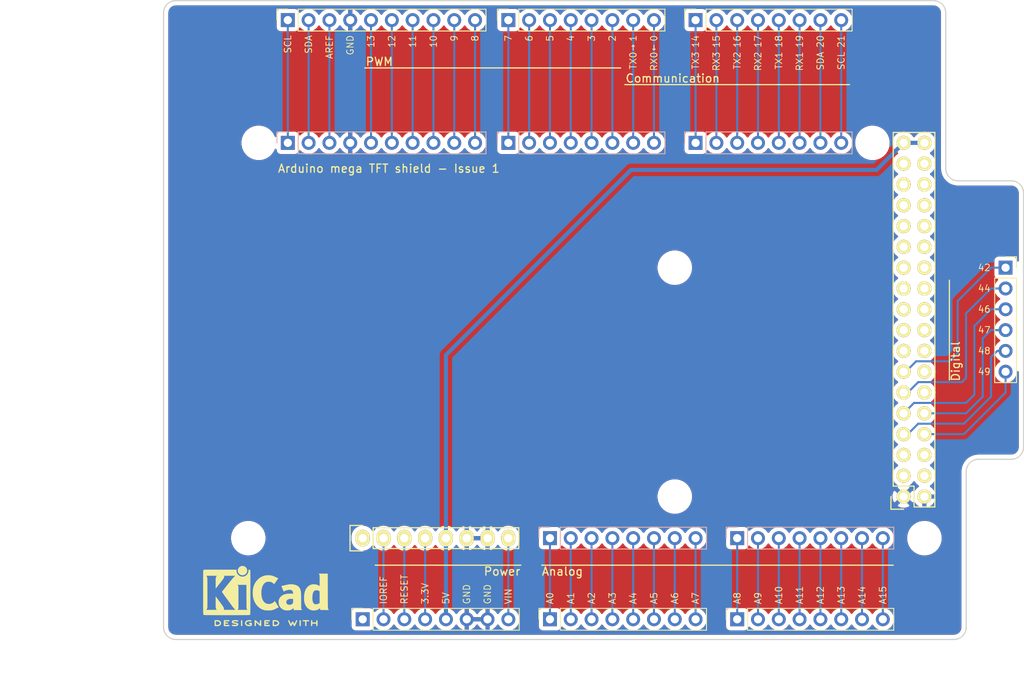
<source format=kicad_pcb>
(kicad_pcb (version 20171130) (host pcbnew "(5.1.4)-1")
  (title_block (date "mar. 31 mars 2015"))
  (layers (0 F.Cu signal) (31 B.Cu signal) (34 B.Paste user) (35 F.Paste user) (36 B.SilkS user) (37 F.SilkS user) (38 B.Mask user) (39 F.Mask user) (44 Edge.Cuts user))
  (net 0 "")
  (net 1 GND)
  (net 2 "/52(SCK)")
  (net 3 "/53(SS)")
  (net 4 "/50(MISO)")
  (net 5 "/51(MOSI)")
  (net 6 /48)
  (net 7 /49)
  (net 8 /46)
  (net 9 /47)
  (net 10 /44)
  (net 11 /45)
  (net 12 /42)
  (net 13 /43)
  (net 14 /40)
  (net 15 /41)
  (net 16 /38)
  (net 17 /39)
  (net 18 /36)
  (net 19 /37)
  (net 20 /34)
  (net 21 /35)
  (net 22 /32)
  (net 23 /33)
  (net 24 /30)
  (net 25 /31)
  (net 26 /28)
  (net 27 /29)
  (net 28 /26)
  (net 29 /27)
  (net 30 /24)
  (net 31 /25)
  (net 32 /22)
  (net 33 /23)
  (net 34 +5V)
  (net 35 /IOREF)
  (net 36 /Reset)
  (net 37 /Vin)
  (net 38 /A0)
  (net 39 /A1)
  (net 40 /A2)
  (net 41 /A3)
  (net 42 /A4)
  (net 43 /A5)
  (net 44 /A6)
  (net 45 /A7)
  (net 46 /A8)
  (net 47 /A9)
  (net 48 /A10)
  (net 49 /A11)
  (net 50 /A12)
  (net 51 /A13)
  (net 52 /A14)
  (net 53 /A15)
  (net 54 /SCL)
  (net 55 /SDA)
  (net 56 /AREF)
  (net 57 "/13(**)")
  (net 58 "/12(**)")
  (net 59 "/11(**)")
  (net 60 "/10(**)")
  (net 61 "/9(**)")
  (net 62 "/8(**)")
  (net 63 "/7(**)")
  (net 64 "/6(**)")
  (net 65 "/5(**)")
  (net 66 "/4(**)")
  (net 67 "/3(**)")
  (net 68 "/2(**)")
  (net 69 "/20(SDA)")
  (net 70 "/21(SCL)")
  (net 71 +3V3)
  (net 72 "/1(Tx0)")
  (net 73 "/0(Rx0)")
  (net 74 "/14(Tx3)")
  (net 75 "/15(Rx3)")
  (net 76 "/16(Tx2)")
  (net 77 "/17(Rx2)")
  (net 78 "/18(Tx1)")
  (net 79 "/19(Rx1)")
  (net 80 "Net-(CN1-Pad1)")
  (net 81 "Net-(CN8-Pad1)")
  (module Symbol:KiCad-Logo2_6mm_SilkScreen (layer F.Cu) (at 119.5 125.5)
    (fp_text reference REF** hide)
    (fp_text value KiCad-Logo2_6mm_SilkScreen hide)
  )
  (module Socket_Arduino_Mega:Socket_Strip_Arduino_2x18 (layer F.Cu) (at 197.358 114.046 90)
    (fp_text reference CN4 hide)
    (fp_text value Digital)
    (pad 1 thru_hole circle (at 0 0 90) (size 1.7272 1.7272) (drill 1.016) (layers *.Cu *.Mask F.SilkS) (net 1 GND))
    (pad 2 thru_hole oval (at 0 2.54 90) (size 1.7272 1.7272) (drill 1.016) (layers *.Cu *.Mask F.SilkS) (net 1 GND))
    (pad 3 thru_hole oval (at 2.54 0 90) (size 1.7272 1.7272) (drill 1.016) (layers *.Cu *.Mask F.SilkS) (net 2 "/52(SCK)"))
    (pad 4 thru_hole oval (at 2.54 2.54 90) (size 1.7272 1.7272) (drill 1.016) (layers *.Cu *.Mask F.SilkS) (net 3 "/53(SS)"))
    (pad 5 thru_hole oval (at 5.08 0 90) (size 1.7272 1.7272) (drill 1.016) (layers *.Cu *.Mask F.SilkS) (net 4 "/50(MISO)"))
    (pad 6 thru_hole oval (at 5.08 2.54 90) (size 1.7272 1.7272) (drill 1.016) (layers *.Cu *.Mask F.SilkS) (net 5 "/51(MOSI)"))
    (pad 7 thru_hole oval (at 7.62 0 90) (size 1.7272 1.7272) (drill 1.016) (layers *.Cu *.Mask F.SilkS) (net 6 /48))
    (pad 8 thru_hole oval (at 7.62 2.54 90) (size 1.7272 1.7272) (drill 1.016) (layers *.Cu *.Mask F.SilkS) (net 7 /49))
    (pad 9 thru_hole oval (at 10.16 0 90) (size 1.7272 1.7272) (drill 1.016) (layers *.Cu *.Mask F.SilkS) (net 8 /46))
    (pad 10 thru_hole oval (at 10.16 2.54 90) (size 1.7272 1.7272) (drill 1.016) (layers *.Cu *.Mask F.SilkS) (net 9 /47))
    (pad 11 thru_hole oval (at 12.7 0 90) (size 1.7272 1.7272) (drill 1.016) (layers *.Cu *.Mask F.SilkS) (net 10 /44))
    (pad 12 thru_hole oval (at 12.7 2.54 90) (size 1.7272 1.7272) (drill 1.016) (layers *.Cu *.Mask F.SilkS) (net 11 /45))
    (pad 13 thru_hole oval (at 15.24 0 90) (size 1.7272 1.7272) (drill 1.016) (layers *.Cu *.Mask F.SilkS) (net 12 /42))
    (pad 14 thru_hole oval (at 15.24 2.54 90) (size 1.7272 1.7272) (drill 1.016) (layers *.Cu *.Mask F.SilkS) (net 13 /43))
    (pad 15 thru_hole oval (at 17.78 0 90) (size 1.7272 1.7272) (drill 1.016) (layers *.Cu *.Mask F.SilkS) (net 14 /40))
    (pad 16 thru_hole oval (at 17.78 2.54 90) (size 1.7272 1.7272) (drill 1.016) (layers *.Cu *.Mask F.SilkS) (net 15 /41))
    (pad 17 thru_hole oval (at 20.32 0 90) (size 1.7272 1.7272) (drill 1.016) (layers *.Cu *.Mask F.SilkS) (net 16 /38))
    (pad 18 thru_hole oval (at 20.32 2.54 90) (size 1.7272 1.7272) (drill 1.016) (layers *.Cu *.Mask F.SilkS) (net 17 /39))
    (pad 19 thru_hole oval (at 22.86 0 90) (size 1.7272 1.7272) (drill 1.016) (layers *.Cu *.Mask F.SilkS) (net 18 /36))
    (pad 20 thru_hole oval (at 22.86 2.54 90) (size 1.7272 1.7272) (drill 1.016) (layers *.Cu *.Mask F.SilkS) (net 19 /37))
    (pad 21 thru_hole oval (at 25.4 0 90) (size 1.7272 1.7272) (drill 1.016) (layers *.Cu *.Mask F.SilkS) (net 20 /34))
    (pad 22 thru_hole oval (at 25.4 2.54 90) (size 1.7272 1.7272) (drill 1.016) (layers *.Cu *.Mask F.SilkS) (net 21 /35))
    (pad 23 thru_hole oval (at 27.94 0 90) (size 1.7272 1.7272) (drill 1.016) (layers *.Cu *.Mask F.SilkS) (net 22 /32))
    (pad 24 thru_hole oval (at 27.94 2.54 90) (size 1.7272 1.7272) (drill 1.016) (layers *.Cu *.Mask F.SilkS) (net 23 /33))
    (pad 25 thru_hole oval (at 30.48 0 90) (size 1.7272 1.7272) (drill 1.016) (layers *.Cu *.Mask F.SilkS) (net 24 /30))
    (pad 26 thru_hole oval (at 30.48 2.54 90) (size 1.7272 1.7272) (drill 1.016) (layers *.Cu *.Mask F.SilkS) (net 25 /31))
    (pad 27 thru_hole oval (at 33.02 0 90) (size 1.7272 1.7272) (drill 1.016) (layers *.Cu *.Mask F.SilkS) (net 26 /28))
    (pad 28 thru_hole oval (at 33.02 2.54 90) (size 1.7272 1.7272) (drill 1.016) (layers *.Cu *.Mask F.SilkS) (net 27 /29))
    (pad 29 thru_hole oval (at 35.56 0 90) (size 1.7272 1.7272) (drill 1.016) (layers *.Cu *.Mask F.SilkS) (net 28 /26))
    (pad 30 thru_hole oval (at 35.56 2.54 90) (size 1.7272 1.7272) (drill 1.016) (layers *.Cu *.Mask F.SilkS) (net 29 /27))
    (pad 31 thru_hole oval (at 38.1 0 90) (size 1.7272 1.7272) (drill 1.016) (layers *.Cu *.Mask F.SilkS) (net 30 /24))
    (pad 32 thru_hole oval (at 38.1 2.54 90) (size 1.7272 1.7272) (drill 1.016) (layers *.Cu *.Mask F.SilkS) (net 31 /25))
    (pad 33 thru_hole oval (at 40.64 0 90) (size 1.7272 1.7272) (drill 1.016) (layers *.Cu *.Mask F.SilkS) (net 32 /22))
    (pad 34 thru_hole oval (at 40.64 2.54 90) (size 1.7272 1.7272) (drill 1.016) (layers *.Cu *.Mask F.SilkS) (net 33 /23))
    (pad 35 thru_hole oval (at 43.18 0 90) (size 1.7272 1.7272) (drill 1.016) (layers *.Cu *.Mask F.SilkS) (net 34 +5V))
    (pad 36 thru_hole oval (at 43.18 2.54 90) (size 1.7272 1.7272) (drill 1.016) (layers *.Cu *.Mask F.SilkS) (net 34 +5V))
  )
  (module Connector_PinHeader_2.54mm:PinHeader_1x08_P2.54mm_Vertical (layer B.Cu) (at 154.178 119.126 270)
    (fp_text reference CN2 hide)
    (fp_text value Analog)
    (pad 1 thru_hole rect (at 0 0 270) (size 1.7 1.7) (drill 1) (layers *.Cu *.Mask) (net 38 /A0))
    (pad 2 thru_hole oval (at 0 -2.54 270) (size 1.7 1.7) (drill 1) (layers *.Cu *.Mask) (net 39 /A1))
    (pad 3 thru_hole oval (at 0 -5.08 270) (size 1.7 1.7) (drill 1) (layers *.Cu *.Mask) (net 40 /A2))
    (pad 4 thru_hole oval (at 0 -7.62 270) (size 1.7 1.7) (drill 1) (layers *.Cu *.Mask) (net 41 /A3))
    (pad 5 thru_hole oval (at 0 -10.16 270) (size 1.7 1.7) (drill 1) (layers *.Cu *.Mask) (net 42 /A4))
    (pad 6 thru_hole oval (at 0 -12.7 270) (size 1.7 1.7) (drill 1) (layers *.Cu *.Mask) (net 43 /A5))
    (pad 7 thru_hole oval (at 0 -15.24 270) (size 1.7 1.7) (drill 1) (layers *.Cu *.Mask) (net 44 /A6))
    (pad 8 thru_hole oval (at 0 -17.78 270) (size 1.7 1.7) (drill 1) (layers *.Cu *.Mask) (net 45 /A7))
  )
  (module Connector_PinHeader_2.54mm:PinHeader_1x08_P2.54mm_Vertical (layer B.Cu) (at 177.038 119.126 270)
    (fp_text reference CN3 hide)
    (fp_text value Analog)
    (pad 1 thru_hole rect (at 0 0 270) (size 1.7 1.7) (drill 1) (layers *.Cu *.Mask) (net 46 /A8))
    (pad 2 thru_hole oval (at 0 -2.54 270) (size 1.7 1.7) (drill 1) (layers *.Cu *.Mask) (net 47 /A9))
    (pad 3 thru_hole oval (at 0 -5.08 270) (size 1.7 1.7) (drill 1) (layers *.Cu *.Mask) (net 48 /A10))
    (pad 4 thru_hole oval (at 0 -7.62 270) (size 1.7 1.7) (drill 1) (layers *.Cu *.Mask) (net 49 /A11))
    (pad 5 thru_hole oval (at 0 -10.16 270) (size 1.7 1.7) (drill 1) (layers *.Cu *.Mask) (net 50 /A12))
    (pad 6 thru_hole oval (at 0 -12.7 270) (size 1.7 1.7) (drill 1) (layers *.Cu *.Mask) (net 51 /A13))
    (pad 7 thru_hole oval (at 0 -15.24 270) (size 1.7 1.7) (drill 1) (layers *.Cu *.Mask) (net 52 /A14))
    (pad 8 thru_hole oval (at 0 -17.78 270) (size 1.7 1.7) (drill 1) (layers *.Cu *.Mask) (net 53 /A15))
  )
  (module Connector_PinHeader_2.54mm:PinHeader_1x10_P2.54mm_Vertical (layer B.Cu) (at 122.174 70.866 270)
    (fp_text reference CN5 hide)
    (fp_text value PWM)
    (pad 1 thru_hole rect (at 0 0 270) (size 1.7 1.7) (drill 1) (layers *.Cu *.Mask) (net 54 /SCL))
    (pad 2 thru_hole oval (at 0 -2.54 270) (size 1.7 1.7) (drill 1) (layers *.Cu *.Mask) (net 55 /SDA))
    (pad 3 thru_hole oval (at 0 -5.08 270) (size 1.7 1.7) (drill 1) (layers *.Cu *.Mask) (net 56 /AREF))
    (pad 4 thru_hole oval (at 0 -7.62 270) (size 1.7 1.7) (drill 1) (layers *.Cu *.Mask) (net 1 GND))
    (pad 5 thru_hole oval (at 0 -10.16 270) (size 1.7 1.7) (drill 1) (layers *.Cu *.Mask) (net 57 "/13(**)"))
    (pad 6 thru_hole oval (at 0 -12.7 270) (size 1.7 1.7) (drill 1) (layers *.Cu *.Mask) (net 58 "/12(**)"))
    (pad 7 thru_hole oval (at 0 -15.24 270) (size 1.7 1.7) (drill 1) (layers *.Cu *.Mask) (net 59 "/11(**)"))
    (pad 8 thru_hole oval (at 0 -17.78 270) (size 1.7 1.7) (drill 1) (layers *.Cu *.Mask) (net 60 "/10(**)"))
    (pad 9 thru_hole oval (at 0 -20.32 270) (size 1.7 1.7) (drill 1) (layers *.Cu *.Mask) (net 61 "/9(**)"))
    (pad 10 thru_hole oval (at 0 -22.86 270) (size 1.7 1.7) (drill 1) (layers *.Cu *.Mask) (net 62 "/8(**)"))
  )
  (module Connector_PinHeader_2.54mm:PinHeader_1x08_P2.54mm_Vertical (layer B.Cu) (at 149.098 70.866 270)
    (fp_text reference CN6 hide)
    (fp_text value PWM)
    (pad 8 thru_hole oval (at 0 -17.78 270) (size 1.7 1.7) (drill 1) (layers *.Cu *.Mask) (net 73 "/0(Rx0)"))
    (pad 7 thru_hole oval (at 0 -15.24 270) (size 1.7 1.7) (drill 1) (layers *.Cu *.Mask) (net 72 "/1(Tx0)"))
    (pad 6 thru_hole oval (at 0 -12.7 270) (size 1.7 1.7) (drill 1) (layers *.Cu *.Mask) (net 68 "/2(**)"))
    (pad 5 thru_hole oval (at 0 -10.16 270) (size 1.7 1.7) (drill 1) (layers *.Cu *.Mask) (net 67 "/3(**)"))
    (pad 4 thru_hole oval (at 0 -7.62 270) (size 1.7 1.7) (drill 1) (layers *.Cu *.Mask) (net 66 "/4(**)"))
    (pad 3 thru_hole oval (at 0 -5.08 270) (size 1.7 1.7) (drill 1) (layers *.Cu *.Mask) (net 65 "/5(**)"))
    (pad 2 thru_hole oval (at 0 -2.54 270) (size 1.7 1.7) (drill 1) (layers *.Cu *.Mask) (net 64 "/6(**)"))
    (pad 1 thru_hole rect (at 0 0 270) (size 1.7 1.7) (drill 1) (layers *.Cu *.Mask) (net 63 "/7(**)"))
  )
  (module Connector_PinHeader_2.54mm:PinHeader_1x08_P2.54mm_Vertical (layer B.Cu) (at 171.958 70.866 270)
    (fp_text reference CN7 hide)
    (fp_text value Communication)
    (pad 8 thru_hole oval (at 0 -17.78 270) (size 1.7 1.7) (drill 1) (layers *.Cu *.Mask) (net 70 "/21(SCL)"))
    (pad 7 thru_hole oval (at 0 -15.24 270) (size 1.7 1.7) (drill 1) (layers *.Cu *.Mask) (net 69 "/20(SDA)"))
    (pad 6 thru_hole oval (at 0 -12.7 270) (size 1.7 1.7) (drill 1) (layers *.Cu *.Mask) (net 79 "/19(Rx1)"))
    (pad 5 thru_hole oval (at 0 -10.16 270) (size 1.7 1.7) (drill 1) (layers *.Cu *.Mask) (net 78 "/18(Tx1)"))
    (pad 4 thru_hole oval (at 0 -7.62 270) (size 1.7 1.7) (drill 1) (layers *.Cu *.Mask) (net 77 "/17(Rx2)"))
    (pad 3 thru_hole oval (at 0 -5.08 270) (size 1.7 1.7) (drill 1) (layers *.Cu *.Mask) (net 76 "/16(Tx2)"))
    (pad 2 thru_hole oval (at 0 -2.54 270) (size 1.7 1.7) (drill 1) (layers *.Cu *.Mask) (net 75 "/15(Rx3)"))
    (pad 1 thru_hole rect (at 0 0 270) (size 1.7 1.7) (drill 1) (layers *.Cu *.Mask) (net 74 "/14(Tx3)"))
  )
  (module Socket_Arduino_Mega:Socket_Strip_Arduino_1x08 (layer F.Cu) (at 131.318 119.126)
    (fp_text reference CN1 hide)
    (fp_text value Power)
    (pad 1 thru_hole oval (at 0 0) (size 1.7272 2.032) (drill 1.016) (layers *.Cu *.Mask F.SilkS) (net 80 "Net-(CN1-Pad1)"))
    (pad 2 thru_hole oval (at 2.54 0) (size 1.7272 2.032) (drill 1.016) (layers *.Cu *.Mask F.SilkS) (net 35 /IOREF))
    (pad 3 thru_hole oval (at 5.08 0) (size 1.7272 2.032) (drill 1.016) (layers *.Cu *.Mask F.SilkS) (net 36 /Reset))
    (pad 4 thru_hole oval (at 7.62 0) (size 1.7272 2.032) (drill 1.016) (layers *.Cu *.Mask F.SilkS) (net 71 +3V3))
    (pad 5 thru_hole oval (at 10.16 0) (size 1.7272 2.032) (drill 1.016) (layers *.Cu *.Mask F.SilkS) (net 34 +5V))
    (pad 6 thru_hole oval (at 12.7 0) (size 1.7272 2.032) (drill 1.016) (layers *.Cu *.Mask F.SilkS) (net 1 GND))
    (pad 7 thru_hole oval (at 15.24 0) (size 1.7272 2.032) (drill 1.016) (layers *.Cu *.Mask F.SilkS) (net 1 GND))
    (pad 8 thru_hole oval (at 17.78 0) (size 1.7272 2.032) (drill 1.016) (layers *.Cu *.Mask F.SilkS) (net 37 /Vin))
  )
  (module MountingHole:MountingHole_3.2mm_M3 (layer F.Cu) (at 117.348 119.126)
    (fp_text reference MNT1 hide)
    (fp_text value CONN_01X01)
    (pad 1 np_thru_hole circle (at 0 0) (size 3.2 3.2) (drill 3.2) (layers *.Cu *.Mask))
  )
  (module MountingHole:MountingHole_3.2mm_M3 (layer F.Cu) (at 169.418 114.046)
    (fp_text reference MNT2 hide)
    (fp_text value CONN_01X01)
    (pad 1 np_thru_hole circle (at 0 0) (size 3.2 3.2) (drill 3.2) (layers *.Cu *.Mask))
  )
  (module MountingHole:MountingHole_3.2mm_M3 (layer F.Cu) (at 199.898 119.126)
    (fp_text reference MNT3 hide)
    (fp_text value CONN_01X01)
    (pad 1 np_thru_hole circle (at 0 0) (size 3.2 3.2) (drill 3.2) (layers *.Cu *.Mask))
  )
  (module MountingHole:MountingHole_3.2mm_M3 (layer F.Cu) (at 118.618 70.866)
    (fp_text reference MNT4 hide)
    (fp_text value CONN_01X01)
    (pad 1 np_thru_hole circle (at 0 0) (size 3.2 3.2) (drill 3.2) (layers *.Cu *.Mask))
  )
  (module MountingHole:MountingHole_3.2mm_M3 (layer F.Cu) (at 169.418 86.106)
    (fp_text reference MNT5 hide)
    (fp_text value CONN_01X01)
    (pad 1 np_thru_hole circle (at 0 0) (size 3.2 3.2) (drill 3.2) (layers *.Cu *.Mask))
  )
  (module MountingHole:MountingHole_3.2mm_M3 (layer F.Cu) (at 193.548 70.866)
    (fp_text reference MNT6 hide)
    (fp_text value CONN_01X01)
    (pad 1 np_thru_hole circle (at 0 0) (size 3.2 3.2) (drill 3.2) (layers *.Cu *.Mask))
  )
  (module Connector_PinSocket_2.54mm:PinSocket_1x08_P2.54mm_Vertical (layer F.Cu) (at 154.178 129.032 90)
    (fp_text reference CN9 hide)
    (fp_text value Analog (at 5.842 1.524 180) (layer F.SilkS))
    (pad 8 thru_hole oval (at 0 17.78 90) (size 1.7 1.7) (drill 1) (layers *.Cu *.Mask) (net 45 /A7))
    (pad 7 thru_hole oval (at 0 15.24 90) (size 1.7 1.7) (drill 1) (layers *.Cu *.Mask) (net 44 /A6))
    (pad 6 thru_hole oval (at 0 12.7 90) (size 1.7 1.7) (drill 1) (layers *.Cu *.Mask) (net 43 /A5))
    (pad 5 thru_hole oval (at 0 10.16 90) (size 1.7 1.7) (drill 1) (layers *.Cu *.Mask) (net 42 /A4))
    (pad 4 thru_hole oval (at 0 7.62 90) (size 1.7 1.7) (drill 1) (layers *.Cu *.Mask) (net 41 /A3))
    (pad 3 thru_hole oval (at 0 5.08 90) (size 1.7 1.7) (drill 1) (layers *.Cu *.Mask) (net 40 /A2))
    (pad 2 thru_hole oval (at 0 2.54 90) (size 1.7 1.7) (drill 1) (layers *.Cu *.Mask) (net 39 /A1))
    (pad 1 thru_hole rect (at 0 0 90) (size 1.7 1.7) (drill 1) (layers *.Cu *.Mask) (net 38 /A0))
  )
  (module Connector_PinSocket_2.54mm:PinSocket_1x08_P2.54mm_Vertical (layer F.Cu) (at 177.038 129.032 90)
    (fp_text reference CN10 hide)
    (fp_text value Analog hide)
    (pad 8 thru_hole oval (at 0 17.78 90) (size 1.7 1.7) (drill 1) (layers *.Cu *.Mask) (net 53 /A15))
    (pad 7 thru_hole oval (at 0 15.24 90) (size 1.7 1.7) (drill 1) (layers *.Cu *.Mask) (net 52 /A14))
    (pad 6 thru_hole oval (at 0 12.7 90) (size 1.7 1.7) (drill 1) (layers *.Cu *.Mask) (net 51 /A13))
    (pad 5 thru_hole oval (at 0 10.16 90) (size 1.7 1.7) (drill 1) (layers *.Cu *.Mask) (net 50 /A12))
    (pad 4 thru_hole oval (at 0 7.62 90) (size 1.7 1.7) (drill 1) (layers *.Cu *.Mask) (net 49 /A11))
    (pad 3 thru_hole oval (at 0 5.08 90) (size 1.7 1.7) (drill 1) (layers *.Cu *.Mask) (net 48 /A10))
    (pad 2 thru_hole oval (at 0 2.54 90) (size 1.7 1.7) (drill 1) (layers *.Cu *.Mask) (net 47 /A9))
    (pad 1 thru_hole rect (at 0 0 90) (size 1.7 1.7) (drill 1) (layers *.Cu *.Mask) (net 46 /A8))
  )
  (module Connector_PinSocket_2.54mm:PinSocket_1x10_P2.54mm_Vertical (layer F.Cu) (at 122.174 55.88 90)
    (fp_text reference CN12 hide)
    (fp_text value PWM (at -5.08 11.176 180) (layer F.SilkS))
    (pad 1 thru_hole rect (at 0 0 90) (size 1.7 1.7) (drill 1) (layers *.Cu *.Mask) (net 54 /SCL))
    (pad 2 thru_hole oval (at 0 2.54 90) (size 1.7 1.7) (drill 1) (layers *.Cu *.Mask) (net 55 /SDA))
    (pad 3 thru_hole oval (at 0 5.08 90) (size 1.7 1.7) (drill 1) (layers *.Cu *.Mask) (net 56 /AREF))
    (pad 4 thru_hole oval (at 0 7.62 90) (size 1.7 1.7) (drill 1) (layers *.Cu *.Mask) (net 1 GND))
    (pad 5 thru_hole oval (at 0 10.16 90) (size 1.7 1.7) (drill 1) (layers *.Cu *.Mask) (net 57 "/13(**)"))
    (pad 6 thru_hole oval (at 0 12.7 90) (size 1.7 1.7) (drill 1) (layers *.Cu *.Mask) (net 58 "/12(**)"))
    (pad 7 thru_hole oval (at 0 15.24 90) (size 1.7 1.7) (drill 1) (layers *.Cu *.Mask) (net 59 "/11(**)"))
    (pad 8 thru_hole oval (at 0 17.78 90) (size 1.7 1.7) (drill 1) (layers *.Cu *.Mask) (net 60 "/10(**)"))
    (pad 9 thru_hole oval (at 0 20.32 90) (size 1.7 1.7) (drill 1) (layers *.Cu *.Mask) (net 61 "/9(**)"))
    (pad 10 thru_hole oval (at 0 22.86 90) (size 1.7 1.7) (drill 1) (layers *.Cu *.Mask) (net 62 "/8(**)"))
  )
  (module Connector_PinSocket_2.54mm:PinSocket_1x08_P2.54mm_Vertical (layer F.Cu) (at 149.098 55.88 90)
    (fp_text reference CNe hide)
    (fp_text value PWM hide)
    (pad 1 thru_hole rect (at 0 0 90) (size 1.7 1.7) (drill 1) (layers *.Cu *.Mask) (net 63 "/7(**)"))
    (pad 2 thru_hole oval (at 0 2.54 90) (size 1.7 1.7) (drill 1) (layers *.Cu *.Mask) (net 64 "/6(**)"))
    (pad 3 thru_hole oval (at 0 5.08 90) (size 1.7 1.7) (drill 1) (layers *.Cu *.Mask) (net 65 "/5(**)"))
    (pad 4 thru_hole oval (at 0 7.62 90) (size 1.7 1.7) (drill 1) (layers *.Cu *.Mask) (net 66 "/4(**)"))
    (pad 5 thru_hole oval (at 0 10.16 90) (size 1.7 1.7) (drill 1) (layers *.Cu *.Mask) (net 67 "/3(**)"))
    (pad 6 thru_hole oval (at 0 12.7 90) (size 1.7 1.7) (drill 1) (layers *.Cu *.Mask) (net 68 "/2(**)"))
    (pad 7 thru_hole oval (at 0 15.24 90) (size 1.7 1.7) (drill 1) (layers *.Cu *.Mask) (net 72 "/1(Tx0)"))
    (pad 8 thru_hole oval (at 0 17.78 90) (size 1.7 1.7) (drill 1) (layers *.Cu *.Mask) (net 73 "/0(Rx0)"))
  )
  (module Connector_PinSocket_2.54mm:PinSocket_1x08_P2.54mm_Vertical (layer F.Cu) (at 171.958 55.88 90)
    (fp_text reference CN14 hide)
    (fp_text value Communication (at -7.112 -2.794 180) (layer F.SilkS))
    (pad 1 thru_hole rect (at 0 0 90) (size 1.7 1.7) (drill 1) (layers *.Cu *.Mask) (net 74 "/14(Tx3)"))
    (pad 2 thru_hole oval (at 0 2.54 90) (size 1.7 1.7) (drill 1) (layers *.Cu *.Mask) (net 75 "/15(Rx3)"))
    (pad 3 thru_hole oval (at 0 5.08 90) (size 1.7 1.7) (drill 1) (layers *.Cu *.Mask) (net 76 "/16(Tx2)"))
    (pad 4 thru_hole oval (at 0 7.62 90) (size 1.7 1.7) (drill 1) (layers *.Cu *.Mask) (net 77 "/17(Rx2)"))
    (pad 5 thru_hole oval (at 0 10.16 90) (size 1.7 1.7) (drill 1) (layers *.Cu *.Mask) (net 78 "/18(Tx1)"))
    (pad 6 thru_hole oval (at 0 12.7 90) (size 1.7 1.7) (drill 1) (layers *.Cu *.Mask) (net 79 "/19(Rx1)"))
    (pad 7 thru_hole oval (at 0 15.24 90) (size 1.7 1.7) (drill 1) (layers *.Cu *.Mask) (net 69 "/20(SDA)"))
    (pad 8 thru_hole oval (at 0 17.78 90) (size 1.7 1.7) (drill 1) (layers *.Cu *.Mask) (net 70 "/21(SCL)"))
  )
  (module Connector_PinSocket_2.54mm:PinSocket_1x06_P2.54mm_Vertical (layer F.Cu) (at 209.804 86.106)
    (fp_text reference CN11 hide)
    (fp_text value Digital (at -6.096 11.43 90) (layer F.SilkS))
    (pad 1 thru_hole rect (at 0 0) (size 1.7 1.7) (drill 1) (layers *.Cu *.Mask) (net 12 /42))
    (pad 2 thru_hole oval (at 0 2.54) (size 1.7 1.7) (drill 1) (layers *.Cu *.Mask) (net 10 /44))
    (pad 3 thru_hole oval (at 0 5.08) (size 1.7 1.7) (drill 1) (layers *.Cu *.Mask) (net 8 /46))
    (pad 4 thru_hole oval (at 0 7.62) (size 1.7 1.7) (drill 1) (layers *.Cu *.Mask) (net 9 /47))
    (pad 5 thru_hole oval (at 0 10.16) (size 1.7 1.7) (drill 1) (layers *.Cu *.Mask) (net 6 /48))
    (pad 6 thru_hole oval (at 0 12.7) (size 1.7 1.7) (drill 1) (layers *.Cu *.Mask) (net 7 /49))
  )
  (module Connector_PinSocket_2.54mm:PinSocket_1x08_P2.54mm_Vertical (layer F.Cu) (at 131.318 129.032 90)
    (fp_text reference CN8 hide)
    (fp_text value Power (at 5.842 17.018 180) (layer F.SilkS))
    (pad 1 thru_hole rect (at 0 0 90) (size 1.7 1.7) (drill 1) (layers *.Cu *.Mask) (net 81 "Net-(CN8-Pad1)"))
    (pad 2 thru_hole oval (at 0 2.54 90) (size 1.7 1.7) (drill 1) (layers *.Cu *.Mask) (net 35 /IOREF))
    (pad 3 thru_hole oval (at 0 5.08 90) (size 1.7 1.7) (drill 1) (layers *.Cu *.Mask) (net 36 /Reset))
    (pad 4 thru_hole oval (at 0 7.62 90) (size 1.7 1.7) (drill 1) (layers *.Cu *.Mask) (net 71 +3V3))
    (pad 5 thru_hole oval (at 0 10.16 90) (size 1.7 1.7) (drill 1) (layers *.Cu *.Mask) (net 34 +5V))
    (pad 6 thru_hole oval (at 0 12.7 90) (size 1.7 1.7) (drill 1) (layers *.Cu *.Mask) (net 1 GND))
    (pad 7 thru_hole oval (at 0 15.24 90) (size 1.7 1.7) (drill 1) (layers *.Cu *.Mask) (net 1 GND))
    (pad 8 thru_hole oval (at 0 17.78 90) (size 1.7 1.7) (drill 1) (layers *.Cu *.Mask) (net 37 /Vin))
  )
  (gr_text "Arduino mega TFT shield - Issue 1" (at 134.5 74) (layer F.SilkS) (effects (font (size 1 1))))
  (gr_line (start 202.5 74) (end 202.5 55) (layer Edge.Cuts) (width 0.15))
  (gr_line (start 210.5 75.5) (end 204 75.5) (layer Edge.Cuts) (width 0.15))
  (gr_line (start 212 108) (end 212 77) (layer Edge.Cuts) (width 0.15))
  (gr_line (start 201 53.5) (end 108.5 53.5) (layer Edge.Cuts) (width 0.15))
  (gr_arc (start 204 74) (end 202.5 74) (angle -90) (layer Edge.Cuts) (width 0.15))
  (gr_arc (start 210.5 77) (end 212 77) (angle -90) (layer Edge.Cuts) (width 0.15))
  (gr_line (start 210.5 109.5) (end 209.5 109.5) (layer Edge.Cuts) (width 0.15))
  (gr_arc (start 210.5 108) (end 210.5 109.5) (angle -90) (layer Edge.Cuts) (width 0.15))
  (gr_line (start 206.5 109.5) (end 209.5 109.5) (layer Edge.Cuts) (width 0.15))
  (gr_arc (start 206.5 111) (end 206.5 109.5) (angle -90) (layer Edge.Cuts) (width 0.15))
  (gr_line (start 205 130) (end 205 111) (layer Edge.Cuts) (width 0.15))
  (gr_line (start 196 131.5) (end 203.5 131.5) (layer Edge.Cuts) (width 0.15))
  (gr_arc (start 203.5 130) (end 203.5 131.5) (angle -90) (layer Edge.Cuts) (width 0.15))
  (gr_line (start 107 130) (end 107 118.5) (layer Edge.Cuts) (width 0.15))
  (gr_line (start 108.5 131.5) (end 155 131.5) (layer Edge.Cuts) (width 0.15))
  (gr_arc (start 201 55) (end 202.5 55) (angle -90) (layer Edge.Cuts) (width 0.15))
  (gr_arc (start 108.5 55) (end 108.5 53.5) (angle -90) (layer Edge.Cuts) (width 0.15))
  (gr_line (start 107 107) (end 107 55) (layer Edge.Cuts) (width 0.15))
  (gr_line (start 107 118.5) (end 107 107) (layer Edge.Cuts) (width 0.15))
  (gr_arc (start 108.5 130) (end 107 130) (angle -90) (layer Edge.Cuts) (width 0.15))
  (gr_line (start 182 131.5) (end 155 131.5) (layer Edge.Cuts) (width 0.15))
  (gr_line (start 196 131.5) (end 182 131.5) (layer Edge.Cuts) (width 0.15))
  (gr_line (start 202.946 99.822) (end 202.946 87.63) (layer F.SilkS) (width 0.15))
  (gr_line (start 153.162 122.428) (end 196.088 122.428) (layer F.SilkS) (width 0.15))
  (gr_line (start 150.622 122.428) (end 132.842 122.428) (layer F.SilkS) (width 0.15))
  (gr_line (start 163.322 63.754) (end 190.754 63.754) (layer F.SilkS) (width 0.15))
  (gr_line (start 131.572 61.722) (end 162.814 61.722) (layer F.SilkS) (width 0.15))
  (gr_text SCL (at 189.738 59.69 90) (layer F.SilkS) (effects (font (size 0.8 0.8) (thickness 0.1)) (justify right)))
  (gr_text SDA (at 187.198 59.69 90) (layer F.SilkS) (effects (font (size 0.8 0.8) (thickness 0.1)) (justify right)))
  (gr_text RX1 (at 184.658 59.69 90) (layer F.SilkS) (effects (font (size 0.8 0.8) (thickness 0.1)) (justify right)))
  (gr_text TX1 (at 182.118 59.69 90) (layer F.SilkS) (effects (font (size 0.8 0.8) (thickness 0.1)) (justify right)))
  (gr_text RX2 (at 179.578 59.69 90) (layer F.SilkS) (effects (font (size 0.8 0.8) (thickness 0.1)) (justify right)))
  (gr_text TX2 (at 177.038 59.69 90) (layer F.SilkS) (effects (font (size 0.8 0.8) (thickness 0.1)) (justify right)))
  (gr_text RX3 (at 174.498 59.69 90) (layer F.SilkS) (effects (font (size 0.8 0.8) (thickness 0.1)) (justify right)))
  (gr_text TX3 (at 171.958 59.69 90) (layer F.SilkS) (effects (font (size 0.8 0.8) (thickness 0.1)) (justify right)))
  (gr_text RX0 (at 166.878 59.69 90) (layer F.SilkS) (effects (font (size 0.8 0.8) (thickness 0.1)) (justify right)))
  (gr_text TX0 (at 164.338 59.69 90) (layer F.SilkS) (effects (font (size 0.8 0.8) (thickness 0.1)) (justify right)))
  (gr_text ↓ (at 166.878 59.182) (layer F.SilkS) (effects (font (size 0.8 0.8) (thickness 0.1))))
  (gr_text ↑ (at 164.338 59.182) (layer F.SilkS) (effects (font (size 0.8 0.8) (thickness 0.1))))
  (gr_text 49 (at 208.026 98.806) (layer F.SilkS) (effects (font (size 0.8 0.8) (thickness 0.1)) (justify right)))
  (gr_text 48 (at 208.026 96.266) (layer F.SilkS) (effects (font (size 0.8 0.8) (thickness 0.1)) (justify right)))
  (gr_text 47 (at 208.026 93.726) (layer F.SilkS) (effects (font (size 0.8 0.8) (thickness 0.1)) (justify right)))
  (gr_text 46 (at 208.026 91.186) (layer F.SilkS) (effects (font (size 0.8 0.8) (thickness 0.1)) (justify right)))
  (gr_text 44 (at 208.026 88.646) (layer F.SilkS) (effects (font (size 0.8 0.8) (thickness 0.1)) (justify right)))
  (gr_text 42 (at 208.026 86.106) (layer F.SilkS) (effects (font (size 0.8 0.8) (thickness 0.1)) (justify right)))
  (gr_text A15 (at 194.818 127.254 90) (layer F.SilkS) (effects (font (size 0.8 0.8) (thickness 0.1)) (justify left)))
  (gr_text A14 (at 192.278 127.254 90) (layer F.SilkS) (effects (font (size 0.8 0.8) (thickness 0.1)) (justify left)))
  (gr_text A13 (at 189.738 127.254 90) (layer F.SilkS) (effects (font (size 0.8 0.8) (thickness 0.1)) (justify left)))
  (gr_text A12 (at 187.198 127.254 90) (layer F.SilkS) (effects (font (size 0.8 0.8) (thickness 0.1)) (justify left)))
  (gr_text A11 (at 184.658 127.254 90) (layer F.SilkS) (effects (font (size 0.8 0.8) (thickness 0.1)) (justify left)))
  (gr_text A10 (at 182.118 127.254 90) (layer F.SilkS) (effects (font (size 0.8 0.8) (thickness 0.1)) (justify left)))
  (gr_text A9 (at 179.578 127.254 90) (layer F.SilkS) (effects (font (size 0.8 0.8) (thickness 0.1)) (justify left)))
  (gr_text A8 (at 177.038 127.254 90) (layer F.SilkS) (effects (font (size 0.8 0.8) (thickness 0.1)) (justify left)))
  (gr_text A7 (at 171.958 127.254 90) (layer F.SilkS) (effects (font (size 0.8 0.8) (thickness 0.1)) (justify left)))
  (gr_text A6 (at 169.418 127.254 90) (layer F.SilkS) (effects (font (size 0.8 0.8) (thickness 0.1)) (justify left)))
  (gr_text A5 (at 166.878 127.254 90) (layer F.SilkS) (effects (font (size 0.8 0.8) (thickness 0.1)) (justify left)))
  (gr_text A4 (at 164.338 127.254 90) (layer F.SilkS) (effects (font (size 0.8 0.8) (thickness 0.1)) (justify left)))
  (gr_text A3 (at 161.798 127.254 90) (layer F.SilkS) (effects (font (size 0.8 0.8) (thickness 0.1)) (justify left)))
  (gr_text A2 (at 159.258 127.254 90) (layer F.SilkS) (effects (font (size 0.8 0.8) (thickness 0.1)) (justify left)))
  (gr_text A1 (at 156.718 127.254 90) (layer F.SilkS) (effects (font (size 0.8 0.8) (thickness 0.1)) (justify left)))
  (gr_text A0 (at 154.178 127.254 90) (layer F.SilkS) (effects (font (size 0.8 0.8) (thickness 0.1)) (justify left)))
  (gr_text VIN (at 149.098 127.254 90) (layer F.SilkS) (effects (font (size 0.8 0.8) (thickness 0.1)) (justify left)))
  (gr_text GND (at 146.558 127.254 90) (layer F.SilkS) (effects (font (size 0.8 0.8) (thickness 0.1)) (justify left)))
  (gr_text GND (at 144.018 127.254 90) (layer F.SilkS) (effects (font (size 0.8 0.8) (thickness 0.1)) (justify left)))
  (gr_text 5V (at 141.478 127.254 90) (layer F.SilkS) (effects (font (size 0.8 0.8) (thickness 0.1)) (justify left)))
  (gr_text 3.3V (at 138.938 127.254 90) (layer F.SilkS) (effects (font (size 0.8 0.8) (thickness 0.1)) (justify left)))
  (gr_text RESET (at 136.398 127.254 90) (layer F.SilkS) (effects (font (size 0.8 0.8) (thickness 0.1)) (justify left)))
  (gr_text IOREF (at 133.858 127.254 90) (layer F.SilkS) (effects (font (size 0.8 0.8) (thickness 0.1)) (justify left)))
  (gr_text 21 (at 189.738 57.658 90) (layer F.SilkS) (effects (font (size 0.8 0.8) (thickness 0.1)) (justify right)))
  (gr_text 20 (at 187.198 57.658 90) (layer F.SilkS) (effects (font (size 0.8 0.8) (thickness 0.1)) (justify right)))
  (gr_text 19 (at 184.658 57.658 90) (layer F.SilkS) (effects (font (size 0.8 0.8) (thickness 0.1)) (justify right)))
  (gr_text 18 (at 182.118 57.658 90) (layer F.SilkS) (effects (font (size 0.8 0.8) (thickness 0.1)) (justify right)))
  (gr_text 17 (at 179.578 57.658 90) (layer F.SilkS) (effects (font (size 0.8 0.8) (thickness 0.1)) (justify right)))
  (gr_text 16 (at 177.038 57.658 90) (layer F.SilkS) (effects (font (size 0.8 0.8) (thickness 0.1)) (justify right)))
  (gr_text 15 (at 174.498 57.658 90) (layer F.SilkS) (effects (font (size 0.8 0.8) (thickness 0.1)) (justify right)))
  (gr_text 14 (at 171.958 57.658 90) (layer F.SilkS) (effects (font (size 0.8 0.8) (thickness 0.1)) (justify right)))
  (gr_text 0 (at 166.878 57.658 90) (layer F.SilkS) (effects (font (size 0.8 0.8) (thickness 0.1)) (justify right)))
  (gr_text 1 (at 164.338 57.658 90) (layer F.SilkS) (effects (font (size 0.8 0.8) (thickness 0.1)) (justify right)))
  (gr_text 2 (at 161.798 57.658 90) (layer F.SilkS) (effects (font (size 0.8 0.8) (thickness 0.1)) (justify right)))
  (gr_text 3 (at 159.258 57.658 90) (layer F.SilkS) (effects (font (size 0.8 0.8) (thickness 0.1)) (justify right)))
  (gr_text 4 (at 156.718 57.658 90) (layer F.SilkS) (effects (font (size 0.8 0.8) (thickness 0.1)) (justify right)))
  (gr_text 5 (at 154.178 57.658 90) (layer F.SilkS) (effects (font (size 0.8 0.8) (thickness 0.1)) (justify right)))
  (gr_text 6 (at 151.638 57.658 90) (layer F.SilkS) (effects (font (size 0.8 0.8) (thickness 0.1)) (justify right)))
  (gr_text 7 (at 149.098 57.658 90) (layer F.SilkS) (effects (font (size 0.8 0.8) (thickness 0.1)) (justify right)))
  (gr_text 8 (at 145.034 57.658 90) (layer F.SilkS) (effects (font (size 0.8 0.8) (thickness 0.1)) (justify right)))
  (gr_text 9 (at 142.494 57.658 90) (layer F.SilkS) (effects (font (size 0.8 0.8) (thickness 0.1)) (justify right)))
  (gr_text 10 (at 139.954 57.658 90) (layer F.SilkS) (effects (font (size 0.8 0.8) (thickness 0.1)) (justify right)))
  (gr_text 11 (at 137.414 57.658 90) (layer F.SilkS) (effects (font (size 0.8 0.8) (thickness 0.1)) (justify right)))
  (gr_text 12 (at 134.874 57.658 90) (layer F.SilkS) (effects (font (size 0.8 0.8) (thickness 0.1)) (justify right)))
  (gr_text 13 (at 132.334 57.658 90) (layer F.SilkS) (effects (font (size 0.8 0.8) (thickness 0.1)) (justify right)))
  (gr_text GND (at 129.794 57.658 90) (layer F.SilkS) (effects (font (size 0.8 0.8) (thickness 0.1)) (justify right)))
  (gr_text AREF (at 127.254 57.658 90) (layer F.SilkS) (effects (font (size 0.8 0.8) (thickness 0.1)) (justify right)))
  (gr_text SDA (at 124.714 57.658 90) (layer F.SilkS) (effects (font (size 0.8 0.8) (thickness 0.1)) (justify right)))
  (gr_text SCL (at 122.174 57.658 90) (layer F.SilkS) (effects (font (size 0.8 0.8) (thickness 0.1)) (justify right)))
  (segment (start 129.794 70.866) (end 129.794 55.88) (width 0.25) (layer B.Cu) (net 1))
  (segment (start 144.018 119.126) (end 144.018 129.032) (width 0.25) (layer B.Cu) (net 1))
  (segment (start 146.558 119.126) (end 146.558 129.032) (width 0.25) (layer B.Cu) (net 1))
  (segment (start 144.018 119.126) (end 146.558 119.126) (width 0.25) (layer B.Cu) (net 1))
  (segment (start 144.018 129.032) (end 146.558 129.032) (width 0.25) (layer B.Cu) (net 1))
  (segment (start 197.866 106.426) (end 197.358 106.426) (width 0.25) (layer B.Cu) (net 6))
  (segment (start 209.804 96.266) (end 208.788 96.266) (width 0.25) (layer B.Cu) (net 6))
  (segment (start 208.026 97.028) (end 208.026 101.854) (width 0.25) (layer B.Cu) (net 6))
  (segment (start 208.026 101.854) (end 204.724 105.156) (width 0.25) (layer B.Cu) (net 6))
  (segment (start 208.788 96.266) (end 208.026 97.028) (width 0.25) (layer B.Cu) (net 6))
  (segment (start 204.724 105.156) (end 199.136 105.156) (width 0.25) (layer B.Cu) (net 6))
  (segment (start 199.136 105.156) (end 197.866 106.426) (width 0.25) (layer B.Cu) (net 6))
  (segment (start 199.898 106.426) (end 204.724 106.426) (width 0.25) (layer B.Cu) (net 7))
  (segment (start 204.724 106.426) (end 209.804 101.346) (width 0.25) (layer B.Cu) (net 7))
  (segment (start 209.804 101.346) (end 209.804 98.806) (width 0.25) (layer B.Cu) (net 7))
  (segment (start 198.628 102.616) (end 197.358 103.886) (width 0.25) (layer B.Cu) (net 8))
  (segment (start 204.978 102.616) (end 198.628 102.616) (width 0.25) (layer B.Cu) (net 8))
  (segment (start 205.994 101.6) (end 204.978 102.616) (width 0.25) (layer B.Cu) (net 8))
  (segment (start 205.994 93.218) (end 205.994 101.6) (width 0.25) (layer B.Cu) (net 8))
  (segment (start 209.804 91.186) (end 208.026 91.186) (width 0.25) (layer B.Cu) (net 8))
  (segment (start 208.026 91.186) (end 205.994 93.218) (width 0.25) (layer B.Cu) (net 8))
  (segment (start 204.978 103.886) (end 199.898 103.886) (width 0.25) (layer B.Cu) (net 9))
  (segment (start 207.01 101.854) (end 204.978 103.886) (width 0.25) (layer B.Cu) (net 9))
  (segment (start 207.01 94.742) (end 207.01 101.854) (width 0.25) (layer B.Cu) (net 9))
  (segment (start 209.804 93.726) (end 208.026 93.726) (width 0.25) (layer B.Cu) (net 9))
  (segment (start 208.026 93.726) (end 207.01 94.742) (width 0.25) (layer B.Cu) (net 9))
  (segment (start 197.866 101.346) (end 197.358 101.346) (width 0.25) (layer B.Cu) (net 10))
  (segment (start 209.804 88.646) (end 208.026 88.646) (width 0.25) (layer B.Cu) (net 10))
  (segment (start 204.978 91.694) (end 204.978 99.568) (width 0.25) (layer B.Cu) (net 10))
  (segment (start 204.978 99.568) (end 204.47 100.076) (width 0.25) (layer B.Cu) (net 10))
  (segment (start 208.026 88.646) (end 204.978 91.694) (width 0.25) (layer B.Cu) (net 10))
  (segment (start 204.47 100.076) (end 199.136 100.076) (width 0.25) (layer B.Cu) (net 10))
  (segment (start 199.136 100.076) (end 197.866 101.346) (width 0.25) (layer B.Cu) (net 10))
  (segment (start 197.612 98.806) (end 197.358 98.806) (width 0.25) (layer B.Cu) (net 12))
  (segment (start 208.026 86.106) (end 203.962 90.17) (width 0.25) (layer B.Cu) (net 12))
  (segment (start 209.804 86.106) (end 208.026 86.106) (width 0.25) (layer B.Cu) (net 12))
  (segment (start 203.962 90.17) (end 203.962 96.52) (width 0.25) (layer B.Cu) (net 12))
  (segment (start 203.962 96.52) (end 202.946 97.536) (width 0.25) (layer B.Cu) (net 12))
  (segment (start 202.946 97.536) (end 198.882 97.536) (width 0.25) (layer B.Cu) (net 12))
  (segment (start 198.882 97.536) (end 197.612 98.806) (width 0.25) (layer B.Cu) (net 12))
  (segment (start 141.478 119.126) (end 141.478 129.032) (width 0.5) (layer B.Cu) (net 34))
  (segment (start 197.358 70.866) (end 199.898 70.866) (width 0.5) (layer B.Cu) (net 34))
  (segment (start 141.478 119.126) (end 141.478 96.774) (width 0.5) (layer B.Cu) (net 34))
  (segment (start 141.478 96.774) (end 164.084 74.168) (width 0.5) (layer B.Cu) (net 34))
  (segment (start 164.084 74.168) (end 194.056 74.168) (width 0.5) (layer B.Cu) (net 34))
  (segment (start 194.056 74.168) (end 197.358 70.866) (width 0.5) (layer B.Cu) (net 34))
  (segment (start 133.858 119.126) (end 133.858 129.032) (width 0.25) (layer B.Cu) (net 35))
  (segment (start 136.398 119.126) (end 136.398 129.032) (width 0.25) (layer B.Cu) (net 36))
  (segment (start 149.098 119.126) (end 149.098 129.286) (width 0.25) (layer B.Cu) (net 37))
  (segment (start 154.178 119.126) (end 154.178 129.032) (width 0.25) (layer B.Cu) (net 38))
  (segment (start 156.718 119.126) (end 156.718 129.032) (width 0.25) (layer B.Cu) (net 39))
  (segment (start 159.258 119.126) (end 159.258 129.032) (width 0.25) (layer B.Cu) (net 40))
  (segment (start 161.798 119.126) (end 161.798 129.032) (width 0.25) (layer B.Cu) (net 41))
  (segment (start 164.338 119.126) (end 164.338 128.778) (width 0.25) (layer B.Cu) (net 42))
  (segment (start 164.338 128.778) (end 164.084 129.032) (width 0.25) (layer B.Cu) (net 42))
  (segment (start 164.084 129.032) (end 164.338 129.286) (width 0.25) (layer B.Cu) (net 42))
  (segment (start 166.878 119.126) (end 166.878 129.286) (width 0.25) (layer B.Cu) (net 43))
  (segment (start 169.418 119.126) (end 169.418 129.032) (width 0.25) (layer B.Cu) (net 44))
  (segment (start 171.958 119.126) (end 171.958 129.032) (width 0.25) (layer B.Cu) (net 45))
  (segment (start 177.038 119.126) (end 177.038 129.032) (width 0.25) (layer B.Cu) (net 46))
  (segment (start 179.578 119.126) (end 179.578 129.032) (width 0.25) (layer B.Cu) (net 47))
  (segment (start 182.118 119.126) (end 182.118 129.032) (width 0.25) (layer B.Cu) (net 48))
  (segment (start 184.658 119.126) (end 184.658 129.032) (width 0.25) (layer B.Cu) (net 49))
  (segment (start 187.198 119.126) (end 187.198 129.032) (width 0.25) (layer B.Cu) (net 50))
  (segment (start 189.738 119.126) (end 189.738 129.032) (width 0.25) (layer B.Cu) (net 51))
  (segment (start 192.278 119.126) (end 192.278 129.286) (width 0.25) (layer B.Cu) (net 52))
  (segment (start 194.818 119.126) (end 194.818 129.286) (width 0.25) (layer B.Cu) (net 53))
  (segment (start 122.174 55.88) (end 122.174 70.866) (width 0.25) (layer B.Cu) (net 54))
  (segment (start 124.714 70.866) (end 124.714 56.134) (width 0.25) (layer B.Cu) (net 55))
  (segment (start 127.254 70.866) (end 127.254 55.88) (width 0.25) (layer B.Cu) (net 56))
  (segment (start 132.334 70.866) (end 132.334 55.88) (width 0.25) (layer B.Cu) (net 57))
  (segment (start 134.874 70.866) (end 134.874 55.88) (width 0.25) (layer B.Cu) (net 58))
  (segment (start 137.414 70.866) (end 137.414 55.88) (width 0.25) (layer B.Cu) (net 59))
  (segment (start 139.954 70.866) (end 139.954 56.134) (width 0.25) (layer B.Cu) (net 60))
  (segment (start 142.494 70.866) (end 142.494 55.88) (width 0.25) (layer B.Cu) (net 61))
  (segment (start 145.034 70.866) (end 145.034 55.88) (width 0.25) (layer B.Cu) (net 62))
  (segment (start 149.098 70.866) (end 149.098 55.88) (width 0.25) (layer B.Cu) (net 63))
  (segment (start 151.638 70.866) (end 151.638 55.88) (width 0.25) (layer B.Cu) (net 64))
  (segment (start 154.178 70.866) (end 154.178 55.88) (width 0.25) (layer B.Cu) (net 65))
  (segment (start 156.718 70.866) (end 156.718 55.88) (width 0.25) (layer B.Cu) (net 66))
  (segment (start 159.258 70.866) (end 159.258 56.134) (width 0.25) (layer B.Cu) (net 67))
  (segment (start 161.798 70.866) (end 161.798 55.88) (width 0.25) (layer B.Cu) (net 68))
  (segment (start 187.198 70.866) (end 187.198 55.88) (width 0.25) (layer B.Cu) (net 69))
  (segment (start 189.738 70.866) (end 189.738 55.88) (width 0.25) (layer B.Cu) (net 70))
  (segment (start 138.938 119.126) (end 138.938 129.286) (width 0.25) (layer B.Cu) (net 71))
  (segment (start 164.338 70.866) (end 164.338 56.134) (width 0.25) (layer B.Cu) (net 72))
  (segment (start 166.878 70.866) (end 166.878 55.88) (width 0.25) (layer B.Cu) (net 73))
  (segment (start 171.958 70.866) (end 171.958 55.88) (width 0.25) (layer B.Cu) (net 74))
  (segment (start 174.498 55.88) (end 174.498 70.866) (width 0.25) (layer B.Cu) (net 75))
  (segment (start 177.038 70.866) (end 177.038 55.88) (width 0.25) (layer B.Cu) (net 76))
  (segment (start 179.578 55.88) (end 179.578 70.866) (width 0.25) (layer B.Cu) (net 77))
  (segment (start 182.118 70.866) (end 182.118 55.88) (width 0.25) (layer B.Cu) (net 78))
  (segment (start 184.658 70.866) (end 184.658 55.88) (width 0.25) (layer B.Cu) (net 79))
  (zone (net 1) (net_name GND) (layer F.Cu) (connect_pads (clearance 0.508)) (min_thickness 0.254) (fill yes (arc_segments 32) (thermal_gap 0.508) (thermal_bridge_width 0.508))
    (polygon (pts (xy 107 53.5) (xy 107 131.5) (xy 205 131.5) (xy 205 110.5) (xy 212 110.5) (xy 212 75) (xy 203.5 75) (xy 203 75) (xy 203 53.5)))
  )
  (zone (net 1) (net_name GND) (layer B.Cu) (connect_pads (clearance 0.508)) (min_thickness 0.254) (fill yes (arc_segments 32) (thermal_gap 0.508) (thermal_bridge_width 0.508))
    (polygon (pts (xy 107 53.5) (xy 107 131.5) (xy 205 131.5) (xy 205 110.5) (xy 212 110.5) (xy 212 75) (xy 203 75) (xy 203 53.5)))
  )
)
</source>
